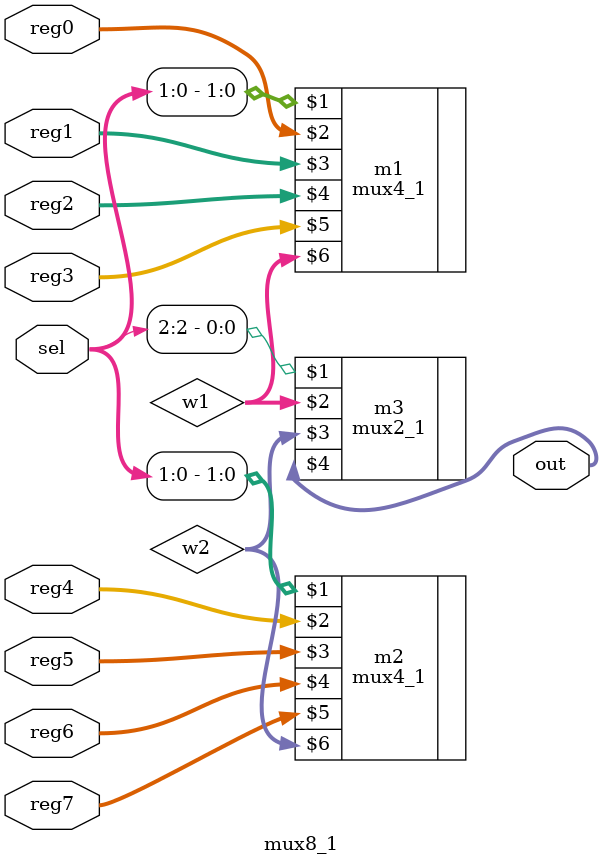
<source format=v>
module mux8_1(sel, reg0, reg1, reg2, reg3, reg4, reg5, reg6, reg7, out);

	input [2:0] sel;
	input [31:0] reg0, reg1, reg2, reg3, reg4, reg5, reg6, reg7;
	output [31:0] out;
	
	wire [31:0] w1, w2;
	
	mux4_1 m1 (sel[1:0], reg0, reg1, reg2, reg3, w1);
	mux4_1 m2 (sel[1:0], reg4, reg5, reg6, reg7, w2);
	mux2_1 m3 (sel[2], w1, w2, out);

endmodule
</source>
